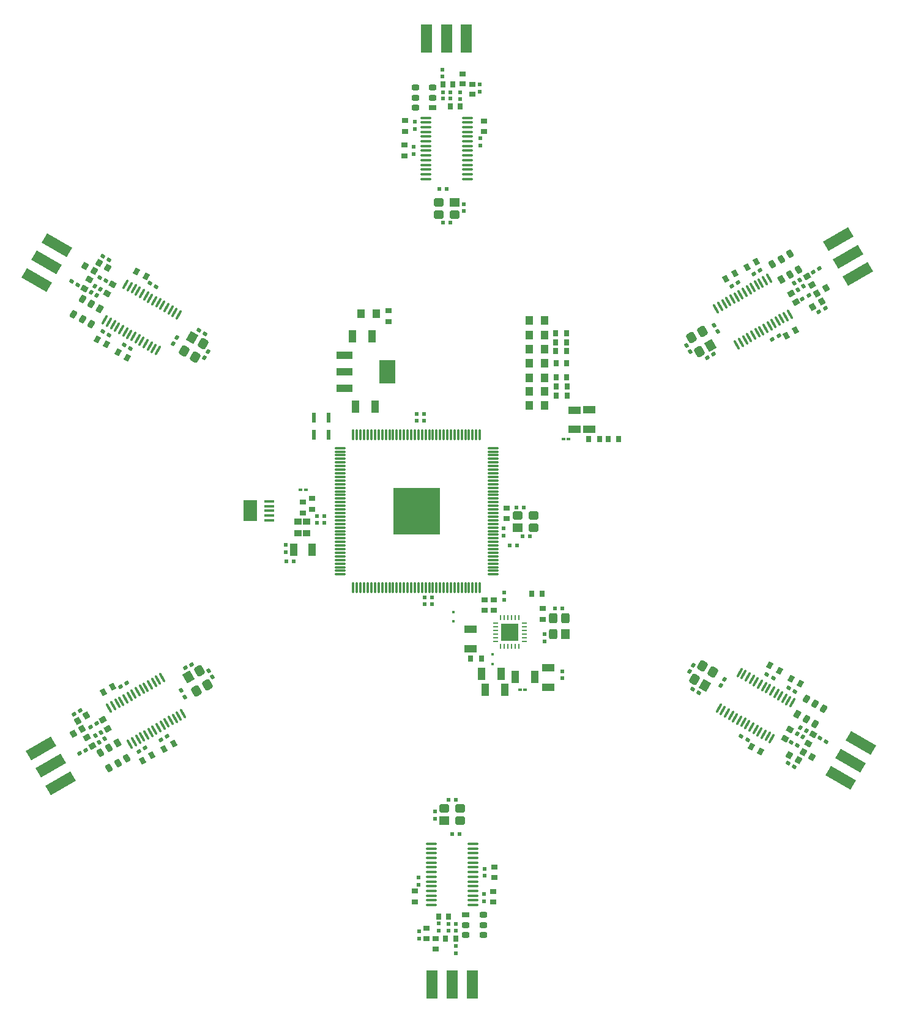
<source format=gtp>
G04 Layer_Color=8421504*
%FSLAX25Y25*%
%MOIN*%
G70*
G01*
G75*
%ADD10R,0.02756X0.03543*%
%ADD11R,0.04331X0.04724*%
%ADD12R,0.00984X0.02756*%
%ADD13R,0.02756X0.00984*%
%ADD14R,0.09646X0.09646*%
%ADD15R,0.07480X0.11417*%
%ADD16R,0.05315X0.01575*%
%ADD17R,0.25590X0.25590*%
%ADD18O,0.01181X0.06496*%
%ADD19O,0.06496X0.01181*%
G04:AMPARAMS|DCode=20|XSize=55.12mil|YSize=47.24mil|CornerRadius=11.81mil|HoleSize=0mil|Usage=FLASHONLY|Rotation=90.000|XOffset=0mil|YOffset=0mil|HoleType=Round|Shape=RoundedRectangle|*
%AMROUNDEDRECTD20*
21,1,0.05512,0.02362,0,0,90.0*
21,1,0.03150,0.04724,0,0,90.0*
1,1,0.02362,0.01181,0.01575*
1,1,0.02362,0.01181,-0.01575*
1,1,0.02362,-0.01181,-0.01575*
1,1,0.02362,-0.01181,0.01575*
%
%ADD20ROUNDEDRECTD20*%
%ADD21R,0.04724X0.05512*%
%ADD22R,0.03937X0.07087*%
G04:AMPARAMS|DCode=23|XSize=55.12mil|YSize=47.24mil|CornerRadius=11.81mil|HoleSize=0mil|Usage=FLASHONLY|Rotation=0.000|XOffset=0mil|YOffset=0mil|HoleType=Round|Shape=RoundedRectangle|*
%AMROUNDEDRECTD23*
21,1,0.05512,0.02362,0,0,0.0*
21,1,0.03150,0.04724,0,0,0.0*
1,1,0.02362,0.01575,-0.01181*
1,1,0.02362,-0.01575,-0.01181*
1,1,0.02362,-0.01575,0.01181*
1,1,0.02362,0.01575,0.01181*
%
%ADD23ROUNDEDRECTD23*%
%ADD24R,0.05512X0.04724*%
%ADD25R,0.03543X0.02756*%
%ADD26R,0.01969X0.01181*%
%ADD27R,0.01378X0.01378*%
%ADD28R,0.03937X0.03543*%
%ADD29R,0.02165X0.05709*%
%ADD30R,0.06693X0.04331*%
%ADD31R,0.04331X0.06693*%
%ADD32R,0.02362X0.01969*%
%ADD33R,0.01969X0.02362*%
G04:AMPARAMS|DCode=34|XSize=59.06mil|YSize=157.48mil|CornerRadius=0mil|HoleSize=0mil|Usage=FLASHONLY|Rotation=120.000|XOffset=0mil|YOffset=0mil|HoleType=Round|Shape=Rectangle|*
%AMROTATEDRECTD34*
4,1,4,0.08296,0.01380,-0.05343,-0.06494,-0.08296,-0.01380,0.05343,0.06494,0.08296,0.01380,0.0*
%
%ADD34ROTATEDRECTD34*%

%ADD35O,0.06102X0.01378*%
%ADD36R,0.03150X0.03543*%
%ADD37R,0.03543X0.03150*%
%ADD38R,0.04134X0.03150*%
G04:AMPARAMS|DCode=39|XSize=41.34mil|YSize=31.5mil|CornerRadius=7.87mil|HoleSize=0mil|Usage=FLASHONLY|Rotation=180.000|XOffset=0mil|YOffset=0mil|HoleType=Round|Shape=RoundedRectangle|*
%AMROUNDEDRECTD39*
21,1,0.04134,0.01575,0,0,180.0*
21,1,0.02559,0.03150,0,0,180.0*
1,1,0.01575,-0.01280,0.00787*
1,1,0.01575,0.01280,0.00787*
1,1,0.01575,0.01280,-0.00787*
1,1,0.01575,-0.01280,-0.00787*
%
%ADD39ROUNDEDRECTD39*%
%ADD40R,0.05906X0.15748*%
G04:AMPARAMS|DCode=41|XSize=19.69mil|YSize=23.62mil|CornerRadius=0mil|HoleSize=0mil|Usage=FLASHONLY|Rotation=300.000|XOffset=0mil|YOffset=0mil|HoleType=Round|Shape=Rectangle|*
%AMROTATEDRECTD41*
4,1,4,-0.01515,0.00262,0.00531,0.01443,0.01515,-0.00262,-0.00531,-0.01443,-0.01515,0.00262,0.0*
%
%ADD41ROTATEDRECTD41*%

G04:AMPARAMS|DCode=42|XSize=19.69mil|YSize=23.62mil|CornerRadius=0mil|HoleSize=0mil|Usage=FLASHONLY|Rotation=240.000|XOffset=0mil|YOffset=0mil|HoleType=Round|Shape=Rectangle|*
%AMROTATEDRECTD42*
4,1,4,-0.00531,0.01443,0.01515,0.00262,0.00531,-0.01443,-0.01515,-0.00262,-0.00531,0.01443,0.0*
%
%ADD42ROTATEDRECTD42*%

G04:AMPARAMS|DCode=43|XSize=19.69mil|YSize=23.62mil|CornerRadius=0mil|HoleSize=0mil|Usage=FLASHONLY|Rotation=30.000|XOffset=0mil|YOffset=0mil|HoleType=Round|Shape=Rectangle|*
%AMROTATEDRECTD43*
4,1,4,-0.00262,-0.01515,-0.01443,0.00531,0.00262,0.01515,0.01443,-0.00531,-0.00262,-0.01515,0.0*
%
%ADD43ROTATEDRECTD43*%

G04:AMPARAMS|DCode=44|XSize=19.69mil|YSize=23.62mil|CornerRadius=0mil|HoleSize=0mil|Usage=FLASHONLY|Rotation=330.000|XOffset=0mil|YOffset=0mil|HoleType=Round|Shape=Rectangle|*
%AMROTATEDRECTD44*
4,1,4,-0.01443,-0.00531,-0.00262,0.01515,0.01443,0.00531,0.00262,-0.01515,-0.01443,-0.00531,0.0*
%
%ADD44ROTATEDRECTD44*%

G04:AMPARAMS|DCode=45|XSize=59.06mil|YSize=157.48mil|CornerRadius=0mil|HoleSize=0mil|Usage=FLASHONLY|Rotation=240.000|XOffset=0mil|YOffset=0mil|HoleType=Round|Shape=Rectangle|*
%AMROTATEDRECTD45*
4,1,4,-0.05343,0.06494,0.08296,-0.01380,0.05343,-0.06494,-0.08296,0.01380,-0.05343,0.06494,0.0*
%
%ADD45ROTATEDRECTD45*%

G04:AMPARAMS|DCode=46|XSize=41.34mil|YSize=31.5mil|CornerRadius=7.87mil|HoleSize=0mil|Usage=FLASHONLY|Rotation=120.000|XOffset=0mil|YOffset=0mil|HoleType=Round|Shape=RoundedRectangle|*
%AMROUNDEDRECTD46*
21,1,0.04134,0.01575,0,0,120.0*
21,1,0.02559,0.03150,0,0,120.0*
1,1,0.01575,0.00042,0.01502*
1,1,0.01575,0.01322,-0.00714*
1,1,0.01575,-0.00042,-0.01502*
1,1,0.01575,-0.01322,0.00714*
%
%ADD46ROUNDEDRECTD46*%
G04:AMPARAMS|DCode=47|XSize=41.34mil|YSize=31.5mil|CornerRadius=0mil|HoleSize=0mil|Usage=FLASHONLY|Rotation=120.000|XOffset=0mil|YOffset=0mil|HoleType=Round|Shape=Rectangle|*
%AMROTATEDRECTD47*
4,1,4,0.02397,-0.01003,-0.00330,-0.02577,-0.02397,0.01003,0.00330,0.02577,0.02397,-0.01003,0.0*
%
%ADD47ROTATEDRECTD47*%

G04:AMPARAMS|DCode=48|XSize=41.34mil|YSize=31.5mil|CornerRadius=7.87mil|HoleSize=0mil|Usage=FLASHONLY|Rotation=60.000|XOffset=0mil|YOffset=0mil|HoleType=Round|Shape=RoundedRectangle|*
%AMROUNDEDRECTD48*
21,1,0.04134,0.01575,0,0,60.0*
21,1,0.02559,0.03150,0,0,60.0*
1,1,0.01575,0.01322,0.00714*
1,1,0.01575,0.00042,-0.01502*
1,1,0.01575,-0.01322,-0.00714*
1,1,0.01575,-0.00042,0.01502*
%
%ADD48ROUNDEDRECTD48*%
G04:AMPARAMS|DCode=49|XSize=41.34mil|YSize=31.5mil|CornerRadius=0mil|HoleSize=0mil|Usage=FLASHONLY|Rotation=60.000|XOffset=0mil|YOffset=0mil|HoleType=Round|Shape=Rectangle|*
%AMROTATEDRECTD49*
4,1,4,0.00330,-0.02577,-0.02397,-0.01003,-0.00330,0.02577,0.02397,0.01003,0.00330,-0.02577,0.0*
%
%ADD49ROTATEDRECTD49*%

G04:AMPARAMS|DCode=50|XSize=35.43mil|YSize=31.5mil|CornerRadius=0mil|HoleSize=0mil|Usage=FLASHONLY|Rotation=210.000|XOffset=0mil|YOffset=0mil|HoleType=Round|Shape=Rectangle|*
%AMROTATEDRECTD50*
4,1,4,0.00747,0.02250,0.02322,-0.00478,-0.00747,-0.02250,-0.02322,0.00478,0.00747,0.02250,0.0*
%
%ADD50ROTATEDRECTD50*%

G04:AMPARAMS|DCode=51|XSize=35.43mil|YSize=31.5mil|CornerRadius=0mil|HoleSize=0mil|Usage=FLASHONLY|Rotation=150.000|XOffset=0mil|YOffset=0mil|HoleType=Round|Shape=Rectangle|*
%AMROTATEDRECTD51*
4,1,4,0.02322,0.00478,0.00747,-0.02250,-0.02322,-0.00478,-0.00747,0.02250,0.02322,0.00478,0.0*
%
%ADD51ROTATEDRECTD51*%

G04:AMPARAMS|DCode=52|XSize=35.43mil|YSize=31.5mil|CornerRadius=0mil|HoleSize=0mil|Usage=FLASHONLY|Rotation=120.000|XOffset=0mil|YOffset=0mil|HoleType=Round|Shape=Rectangle|*
%AMROTATEDRECTD52*
4,1,4,0.02250,-0.00747,-0.00478,-0.02322,-0.02250,0.00747,0.00478,0.02322,0.02250,-0.00747,0.0*
%
%ADD52ROTATEDRECTD52*%

G04:AMPARAMS|DCode=53|XSize=35.43mil|YSize=31.5mil|CornerRadius=0mil|HoleSize=0mil|Usage=FLASHONLY|Rotation=60.000|XOffset=0mil|YOffset=0mil|HoleType=Round|Shape=Rectangle|*
%AMROTATEDRECTD53*
4,1,4,0.00478,-0.02322,-0.02250,-0.00747,-0.00478,0.02322,0.02250,0.00747,0.00478,-0.02322,0.0*
%
%ADD53ROTATEDRECTD53*%

G04:AMPARAMS|DCode=54|XSize=35.43mil|YSize=27.56mil|CornerRadius=0mil|HoleSize=0mil|Usage=FLASHONLY|Rotation=120.000|XOffset=0mil|YOffset=0mil|HoleType=Round|Shape=Rectangle|*
%AMROTATEDRECTD54*
4,1,4,0.02079,-0.00845,-0.00308,-0.02223,-0.02079,0.00845,0.00308,0.02223,0.02079,-0.00845,0.0*
%
%ADD54ROTATEDRECTD54*%

G04:AMPARAMS|DCode=55|XSize=35.43mil|YSize=27.56mil|CornerRadius=0mil|HoleSize=0mil|Usage=FLASHONLY|Rotation=60.000|XOffset=0mil|YOffset=0mil|HoleType=Round|Shape=Rectangle|*
%AMROTATEDRECTD55*
4,1,4,0.00308,-0.02223,-0.02079,-0.00845,-0.00308,0.02223,0.02079,0.00845,0.00308,-0.02223,0.0*
%
%ADD55ROTATEDRECTD55*%

G04:AMPARAMS|DCode=56|XSize=13.78mil|YSize=61.02mil|CornerRadius=0mil|HoleSize=0mil|Usage=FLASHONLY|Rotation=30.000|XOffset=0mil|YOffset=0mil|HoleType=Round|Shape=Round|*
%AMOVALD56*
21,1,0.04724,0.01378,0.00000,0.00000,120.0*
1,1,0.01378,0.01181,-0.02046*
1,1,0.01378,-0.01181,0.02046*
%
%ADD56OVALD56*%

G04:AMPARAMS|DCode=57|XSize=13.78mil|YSize=61.02mil|CornerRadius=0mil|HoleSize=0mil|Usage=FLASHONLY|Rotation=330.000|XOffset=0mil|YOffset=0mil|HoleType=Round|Shape=Round|*
%AMOVALD57*
21,1,0.04724,0.01378,0.00000,0.00000,60.0*
1,1,0.01378,-0.01181,-0.02046*
1,1,0.01378,0.01181,0.02046*
%
%ADD57OVALD57*%

G04:AMPARAMS|DCode=58|XSize=55.12mil|YSize=47.24mil|CornerRadius=11.81mil|HoleSize=0mil|Usage=FLASHONLY|Rotation=120.000|XOffset=0mil|YOffset=0mil|HoleType=Round|Shape=RoundedRectangle|*
%AMROUNDEDRECTD58*
21,1,0.05512,0.02362,0,0,120.0*
21,1,0.03150,0.04724,0,0,120.0*
1,1,0.02362,0.00236,0.01954*
1,1,0.02362,0.01810,-0.00773*
1,1,0.02362,-0.00236,-0.01954*
1,1,0.02362,-0.01810,0.00773*
%
%ADD58ROUNDEDRECTD58*%
G04:AMPARAMS|DCode=59|XSize=55.12mil|YSize=47.24mil|CornerRadius=0mil|HoleSize=0mil|Usage=FLASHONLY|Rotation=120.000|XOffset=0mil|YOffset=0mil|HoleType=Round|Shape=Rectangle|*
%AMROTATEDRECTD59*
4,1,4,0.03424,-0.01206,-0.00668,-0.03568,-0.03424,0.01206,0.00668,0.03568,0.03424,-0.01206,0.0*
%
%ADD59ROTATEDRECTD59*%

G04:AMPARAMS|DCode=60|XSize=55.12mil|YSize=47.24mil|CornerRadius=11.81mil|HoleSize=0mil|Usage=FLASHONLY|Rotation=60.000|XOffset=0mil|YOffset=0mil|HoleType=Round|Shape=RoundedRectangle|*
%AMROUNDEDRECTD60*
21,1,0.05512,0.02362,0,0,60.0*
21,1,0.03150,0.04724,0,0,60.0*
1,1,0.02362,0.01810,0.00773*
1,1,0.02362,0.00236,-0.01954*
1,1,0.02362,-0.01810,-0.00773*
1,1,0.02362,-0.00236,0.01954*
%
%ADD60ROUNDEDRECTD60*%
G04:AMPARAMS|DCode=61|XSize=55.12mil|YSize=47.24mil|CornerRadius=0mil|HoleSize=0mil|Usage=FLASHONLY|Rotation=60.000|XOffset=0mil|YOffset=0mil|HoleType=Round|Shape=Rectangle|*
%AMROTATEDRECTD61*
4,1,4,0.00668,-0.03568,-0.03424,-0.01206,-0.00668,0.03568,0.03424,0.01206,0.00668,-0.03568,0.0*
%
%ADD61ROTATEDRECTD61*%

%ADD62R,0.08661X0.12992*%
%ADD63R,0.08661X0.03937*%
D10*
X57874Y96969D02*
D03*
X63779D02*
D03*
X57913Y92165D02*
D03*
X63819D02*
D03*
X57953Y87362D02*
D03*
X63858D02*
D03*
X57992Y80669D02*
D03*
X63898D02*
D03*
X44685Y-44882D02*
D03*
X50591D02*
D03*
X11417Y-80315D02*
D03*
X17323D02*
D03*
X75827Y39331D02*
D03*
X81732D02*
D03*
X92244Y39331D02*
D03*
X86339D02*
D03*
X63898Y72874D02*
D03*
X57992D02*
D03*
X63976Y67953D02*
D03*
X58071D02*
D03*
X63976Y62913D02*
D03*
X58071D02*
D03*
D11*
X51850Y103858D02*
D03*
X43583D02*
D03*
X51811Y96142D02*
D03*
X43543D02*
D03*
X51772Y88346D02*
D03*
X43504D02*
D03*
X51732Y80591D02*
D03*
X43465D02*
D03*
X-48091Y107736D02*
D03*
X-39823D02*
D03*
X43504Y72835D02*
D03*
X51772D02*
D03*
X43544Y65235D02*
D03*
X51811D02*
D03*
X43543Y57677D02*
D03*
X51811D02*
D03*
D12*
X27953Y-73819D02*
D03*
X29921D02*
D03*
X31890D02*
D03*
X33858D02*
D03*
X35827D02*
D03*
X37795D02*
D03*
Y-58071D02*
D03*
X35827D02*
D03*
X33858D02*
D03*
X31890D02*
D03*
X29921D02*
D03*
X27953D02*
D03*
D13*
X40748Y-70866D02*
D03*
Y-68898D02*
D03*
Y-66929D02*
D03*
Y-64961D02*
D03*
Y-62992D02*
D03*
Y-61024D02*
D03*
X25000D02*
D03*
Y-62992D02*
D03*
Y-64961D02*
D03*
Y-66929D02*
D03*
Y-68898D02*
D03*
Y-70866D02*
D03*
D14*
X32874Y-65945D02*
D03*
D15*
X-108661Y197D02*
D03*
D16*
X-98130D02*
D03*
Y2756D02*
D03*
Y5315D02*
D03*
Y-2362D02*
D03*
Y-4921D02*
D03*
D17*
X-17913Y0D02*
D03*
D18*
X-52362Y41732D02*
D03*
X-50394D02*
D03*
X-48425D02*
D03*
X-46457D02*
D03*
X-44488D02*
D03*
X-42520D02*
D03*
X-40551D02*
D03*
X-38583D02*
D03*
X-36614D02*
D03*
X-34646D02*
D03*
X-32677D02*
D03*
X-30709D02*
D03*
X-28740D02*
D03*
X-26772D02*
D03*
X-24803D02*
D03*
X-22835D02*
D03*
X-20866D02*
D03*
X-18898D02*
D03*
X-16929D02*
D03*
X-14961D02*
D03*
X-12992D02*
D03*
X-11024D02*
D03*
X-9055D02*
D03*
X-7087D02*
D03*
X-5118D02*
D03*
X-3150D02*
D03*
X-1181D02*
D03*
X787D02*
D03*
X2756D02*
D03*
X4724D02*
D03*
X6693D02*
D03*
X8661D02*
D03*
X10630D02*
D03*
X12598D02*
D03*
X14567D02*
D03*
X16535D02*
D03*
Y-41732D02*
D03*
X14567D02*
D03*
X12598D02*
D03*
X10630D02*
D03*
X8661D02*
D03*
X6693D02*
D03*
X4724D02*
D03*
X2756D02*
D03*
X787D02*
D03*
X-1181D02*
D03*
X-3150D02*
D03*
X-5118D02*
D03*
X-7087D02*
D03*
X-9055D02*
D03*
X-11024D02*
D03*
X-12992D02*
D03*
X-14961D02*
D03*
X-16929D02*
D03*
X-18898D02*
D03*
X-20866D02*
D03*
X-22835D02*
D03*
X-24803D02*
D03*
X-26772D02*
D03*
X-28740D02*
D03*
X-30709D02*
D03*
X-32677D02*
D03*
X-34646D02*
D03*
X-36614D02*
D03*
X-38583D02*
D03*
X-40551D02*
D03*
X-42520D02*
D03*
X-44488D02*
D03*
X-46457D02*
D03*
X-48425D02*
D03*
X-50394D02*
D03*
X-52362D02*
D03*
D19*
X23819Y34449D02*
D03*
Y32480D02*
D03*
Y30512D02*
D03*
Y28543D02*
D03*
Y26575D02*
D03*
Y24606D02*
D03*
Y22638D02*
D03*
Y20669D02*
D03*
Y18701D02*
D03*
Y16732D02*
D03*
Y14764D02*
D03*
Y12795D02*
D03*
Y10827D02*
D03*
Y8858D02*
D03*
Y6890D02*
D03*
Y4921D02*
D03*
Y2953D02*
D03*
Y984D02*
D03*
Y-984D02*
D03*
Y-2953D02*
D03*
Y-4921D02*
D03*
Y-6890D02*
D03*
Y-8858D02*
D03*
Y-10827D02*
D03*
Y-12795D02*
D03*
Y-14764D02*
D03*
Y-16732D02*
D03*
Y-18701D02*
D03*
Y-20669D02*
D03*
Y-22638D02*
D03*
Y-24606D02*
D03*
Y-26575D02*
D03*
Y-28543D02*
D03*
Y-30512D02*
D03*
Y-32480D02*
D03*
Y-34449D02*
D03*
X-59646D02*
D03*
Y-32480D02*
D03*
Y-30512D02*
D03*
Y-28543D02*
D03*
Y-26575D02*
D03*
Y-24606D02*
D03*
Y-22638D02*
D03*
Y-20669D02*
D03*
Y-18701D02*
D03*
Y-16732D02*
D03*
Y-14764D02*
D03*
Y-12795D02*
D03*
Y-10827D02*
D03*
Y-8858D02*
D03*
Y-6890D02*
D03*
Y-4921D02*
D03*
Y-2953D02*
D03*
Y-984D02*
D03*
Y984D02*
D03*
Y2953D02*
D03*
Y4921D02*
D03*
Y6890D02*
D03*
Y8858D02*
D03*
Y10827D02*
D03*
Y12795D02*
D03*
Y14764D02*
D03*
Y16732D02*
D03*
Y18701D02*
D03*
Y20669D02*
D03*
Y22638D02*
D03*
Y24606D02*
D03*
Y26575D02*
D03*
Y28543D02*
D03*
Y30512D02*
D03*
Y32480D02*
D03*
Y34449D02*
D03*
D20*
X63189Y-58464D02*
D03*
X56496D02*
D03*
Y-67126D02*
D03*
D21*
X63189D02*
D03*
D22*
X-84724Y-20945D02*
D03*
X-74882D02*
D03*
D23*
X45669Y-9055D02*
D03*
Y-2362D02*
D03*
X37008D02*
D03*
X-5984Y168465D02*
D03*
Y161772D02*
D03*
X2677D02*
D03*
X-2835Y-161969D02*
D03*
X5827D02*
D03*
Y-168661D02*
D03*
D24*
X37008Y-9055D02*
D03*
X2677Y168465D02*
D03*
X-2835Y-168661D02*
D03*
D25*
X19094Y-54134D02*
D03*
Y-48228D02*
D03*
X50788Y-52953D02*
D03*
Y-58858D02*
D03*
X24016Y-54134D02*
D03*
Y-48228D02*
D03*
X-79724Y4921D02*
D03*
Y-984D02*
D03*
X-74803Y6890D02*
D03*
Y984D02*
D03*
X-33149Y109350D02*
D03*
Y103445D02*
D03*
X31299Y-4134D02*
D03*
Y1772D02*
D03*
X18779Y206850D02*
D03*
Y212756D02*
D03*
X-24094Y212953D02*
D03*
Y207047D02*
D03*
X-24488Y193661D02*
D03*
Y199567D02*
D03*
X24331Y-199764D02*
D03*
X24331Y-193858D02*
D03*
X23937Y-207244D02*
D03*
Y-213150D02*
D03*
X-18937Y-212953D02*
D03*
Y-207047D02*
D03*
D26*
X62165Y39410D02*
D03*
X64921D02*
D03*
X41142Y-97441D02*
D03*
X38386D02*
D03*
X-78346Y11811D02*
D03*
X-81102D02*
D03*
D27*
X23622Y-78039D02*
D03*
Y-83353D02*
D03*
X2165Y-60150D02*
D03*
Y-54835D02*
D03*
D28*
X-82677Y-12008D02*
D03*
Y-5709D02*
D03*
X-77756Y-12008D02*
D03*
Y-5709D02*
D03*
D29*
X-65945Y41634D02*
D03*
Y50886D02*
D03*
X-73858Y50886D02*
D03*
Y41634D02*
D03*
D30*
X11535Y-75000D02*
D03*
Y-64370D02*
D03*
X53740Y-85433D02*
D03*
Y-96063D02*
D03*
X68071Y44528D02*
D03*
Y55158D02*
D03*
X76063Y44606D02*
D03*
Y55236D02*
D03*
D31*
X28150Y-88779D02*
D03*
X17520D02*
D03*
X35827Y-90354D02*
D03*
X46457D02*
D03*
X30118Y-97244D02*
D03*
X19488D02*
D03*
X-51161Y57086D02*
D03*
X-40532D02*
D03*
X-52815Y95315D02*
D03*
X-42185D02*
D03*
D32*
X61417Y-53130D02*
D03*
X57480D02*
D03*
X-84882Y-27205D02*
D03*
X-88819D02*
D03*
X40354Y2165D02*
D03*
X36417D02*
D03*
X39961Y-13583D02*
D03*
X43898D02*
D03*
X-9449Y-50590D02*
D03*
X-13386D02*
D03*
X-68110Y-2756D02*
D03*
X-72047D02*
D03*
X-68110Y-6299D02*
D03*
X-72047D02*
D03*
X-9449Y-47047D02*
D03*
X-13386D02*
D03*
X36811Y-18504D02*
D03*
X32874D02*
D03*
X315Y228504D02*
D03*
X-3622D02*
D03*
X-3622Y224961D02*
D03*
X315D02*
D03*
X-3622Y157244D02*
D03*
X315D02*
D03*
X-1654Y175748D02*
D03*
X-5590D02*
D03*
X5433Y-175945D02*
D03*
X1496D02*
D03*
X-472Y-157441D02*
D03*
X3465D02*
D03*
X-472Y-225157D02*
D03*
X3465D02*
D03*
X3464Y-228701D02*
D03*
X-472D02*
D03*
D33*
X51772Y-66929D02*
D03*
Y-70866D02*
D03*
X61614Y-91142D02*
D03*
Y-87205D02*
D03*
X29724Y-44291D02*
D03*
Y-48228D02*
D03*
X-89213Y-22165D02*
D03*
Y-18228D02*
D03*
X-17913Y49213D02*
D03*
Y53150D02*
D03*
X29528Y-9449D02*
D03*
Y-13386D02*
D03*
X-13976Y49213D02*
D03*
Y53150D02*
D03*
X-3740Y240787D02*
D03*
Y236851D02*
D03*
X16535Y232756D02*
D03*
Y228819D02*
D03*
X5827Y224567D02*
D03*
X5827Y228504D02*
D03*
X7795Y163543D02*
D03*
Y167480D02*
D03*
X16811Y199370D02*
D03*
Y203307D02*
D03*
X-18976Y208425D02*
D03*
Y212362D02*
D03*
X-19370Y194646D02*
D03*
Y198583D02*
D03*
X19213Y-198779D02*
D03*
Y-194842D02*
D03*
X18819Y-212559D02*
D03*
Y-208622D02*
D03*
X-16969Y-203504D02*
D03*
Y-199567D02*
D03*
X-7953Y-167677D02*
D03*
Y-163740D02*
D03*
X-5984Y-228701D02*
D03*
X-5984Y-224764D02*
D03*
X-16693Y-229016D02*
D03*
Y-232953D02*
D03*
X3583Y-237047D02*
D03*
Y-240984D02*
D03*
D34*
X-222602Y-129308D02*
D03*
X-217149Y-138753D02*
D03*
X-211696Y-148197D02*
D03*
X222603Y129383D02*
D03*
X217150Y138827D02*
D03*
X211697Y148272D02*
D03*
D35*
X9665Y181161D02*
D03*
Y183721D02*
D03*
Y186279D02*
D03*
Y188839D02*
D03*
Y191398D02*
D03*
Y193957D02*
D03*
Y196516D02*
D03*
Y199075D02*
D03*
Y201634D02*
D03*
Y204193D02*
D03*
Y206752D02*
D03*
Y209311D02*
D03*
Y211870D02*
D03*
Y214429D02*
D03*
X-12972Y181161D02*
D03*
Y183721D02*
D03*
Y186279D02*
D03*
Y188839D02*
D03*
Y191398D02*
D03*
Y193957D02*
D03*
Y196516D02*
D03*
Y199075D02*
D03*
Y201634D02*
D03*
Y204193D02*
D03*
Y206752D02*
D03*
Y209311D02*
D03*
Y211870D02*
D03*
Y214429D02*
D03*
X12815Y-214626D02*
D03*
Y-212067D02*
D03*
Y-209508D02*
D03*
Y-206949D02*
D03*
Y-204390D02*
D03*
Y-201831D02*
D03*
Y-199272D02*
D03*
Y-196713D02*
D03*
Y-194153D02*
D03*
Y-191595D02*
D03*
Y-189035D02*
D03*
Y-186476D02*
D03*
Y-183917D02*
D03*
Y-181358D02*
D03*
X-9823Y-214626D02*
D03*
Y-212067D02*
D03*
Y-209508D02*
D03*
Y-206949D02*
D03*
Y-204390D02*
D03*
Y-201831D02*
D03*
Y-199272D02*
D03*
Y-196713D02*
D03*
Y-194153D02*
D03*
Y-191595D02*
D03*
Y-189035D02*
D03*
Y-186476D02*
D03*
Y-183917D02*
D03*
Y-181358D02*
D03*
D36*
X1890Y232835D02*
D03*
X-3622D02*
D03*
X5827Y220630D02*
D03*
X315D02*
D03*
X-5984Y-220827D02*
D03*
X-472D02*
D03*
X-2047Y-233032D02*
D03*
X3465D02*
D03*
D37*
X12402Y227283D02*
D03*
X12402Y232795D02*
D03*
X7244Y232953D02*
D03*
Y238465D02*
D03*
X-7402Y-233150D02*
D03*
Y-238661D02*
D03*
X-12559Y-227480D02*
D03*
Y-232992D02*
D03*
D38*
X-9035Y219843D02*
D03*
X8878Y-220039D02*
D03*
D39*
X-9035Y225354D02*
D03*
Y230866D02*
D03*
X-18681D02*
D03*
Y225354D02*
D03*
Y219843D02*
D03*
X18524Y-220039D02*
D03*
Y-225551D02*
D03*
Y-231063D02*
D03*
X8878D02*
D03*
Y-225551D02*
D03*
D40*
X-12559Y257638D02*
D03*
X-1654D02*
D03*
X9252D02*
D03*
X-9409Y-257835D02*
D03*
X1496D02*
D03*
X12402D02*
D03*
D41*
X157148Y124643D02*
D03*
X153739Y122674D02*
D03*
X169279Y131191D02*
D03*
X165869Y129223D02*
D03*
X179330Y95671D02*
D03*
X175921Y93702D02*
D03*
X143796Y85565D02*
D03*
X140386Y83597D02*
D03*
X195659Y117782D02*
D03*
X192250Y115814D02*
D03*
X201286Y108666D02*
D03*
X204696Y110634D02*
D03*
X198104Y130241D02*
D03*
X201514Y132209D02*
D03*
X-157147Y-124568D02*
D03*
X-153737Y-122600D02*
D03*
X-169277Y-131117D02*
D03*
X-165868Y-129149D02*
D03*
X-179329Y-95597D02*
D03*
X-175919Y-93628D02*
D03*
X-143794Y-85491D02*
D03*
X-140385Y-83523D02*
D03*
X-195658Y-117708D02*
D03*
X-192248Y-115739D02*
D03*
X-201285Y-108592D02*
D03*
X-204695Y-110560D02*
D03*
X-198103Y-130166D02*
D03*
X-201513Y-132135D02*
D03*
D42*
X176320Y-91027D02*
D03*
X172911Y-89058D02*
D03*
X-177187Y90712D02*
D03*
X-173777Y88743D02*
D03*
X188057Y-98257D02*
D03*
X184647Y-96289D02*
D03*
X-188923Y97942D02*
D03*
X-185513Y95974D02*
D03*
X162321Y-124723D02*
D03*
X158912Y-122754D02*
D03*
X-163187Y124408D02*
D03*
X-159778Y122439D02*
D03*
X135802Y-99001D02*
D03*
X132393Y-97033D02*
D03*
X-136668Y98686D02*
D03*
X-133259Y96718D02*
D03*
X189635Y-127808D02*
D03*
X186225Y-125840D02*
D03*
X-190501Y127494D02*
D03*
X-187091Y125525D02*
D03*
X184553Y-137240D02*
D03*
X187963Y-139208D02*
D03*
X-185419Y136925D02*
D03*
X-188829Y138893D02*
D03*
X201646Y-123696D02*
D03*
X205056Y-125665D02*
D03*
X-202513Y123381D02*
D03*
X-205922Y125350D02*
D03*
D43*
X144263Y101292D02*
D03*
X146231Y97882D02*
D03*
X131191Y86926D02*
D03*
X129222Y90335D02*
D03*
X189835Y120784D02*
D03*
X187866Y124193D02*
D03*
X190935Y125965D02*
D03*
X192903Y122555D02*
D03*
X-144262Y-101218D02*
D03*
X-146230Y-97808D02*
D03*
X-131189Y-86851D02*
D03*
X-129221Y-90261D02*
D03*
X-189833Y-120710D02*
D03*
X-187865Y-124119D02*
D03*
X-190934Y-125891D02*
D03*
X-192902Y-122481D02*
D03*
D44*
X149655Y-91543D02*
D03*
X147687Y-94952D02*
D03*
X-150521Y91228D02*
D03*
X-148553Y94638D02*
D03*
X130677Y-87405D02*
D03*
X132646Y-83996D02*
D03*
X-131544Y87090D02*
D03*
X-133512Y83681D02*
D03*
X189322Y-121263D02*
D03*
X191290Y-117854D02*
D03*
X-190188Y120948D02*
D03*
X-192156Y117539D02*
D03*
X194359Y-119626D02*
D03*
X192390Y-123035D02*
D03*
X-195225Y119311D02*
D03*
X-193256Y122720D02*
D03*
D45*
X213153Y-145342D02*
D03*
X218605Y-135897D02*
D03*
X224058Y-126453D02*
D03*
X-214019Y145027D02*
D03*
X-219471Y135582D02*
D03*
X-224924Y126138D02*
D03*
D46*
X175904Y134676D02*
D03*
X180678Y137432D02*
D03*
X185451Y140188D02*
D03*
X190274Y131834D02*
D03*
X185501Y129078D02*
D03*
X-175903Y-134602D02*
D03*
X-180677Y-137357D02*
D03*
X-185450Y-140113D02*
D03*
X-190273Y-131760D02*
D03*
X-185499Y-129004D02*
D03*
D47*
X180727Y126322D02*
D03*
X-180726Y-126248D02*
D03*
D48*
X194387Y-102253D02*
D03*
X199161Y-105009D02*
D03*
X203934Y-107765D02*
D03*
X199111Y-116119D02*
D03*
X194338Y-113363D02*
D03*
X-195254Y101938D02*
D03*
X-200027Y104694D02*
D03*
X-204800Y107450D02*
D03*
X-199978Y115804D02*
D03*
X-195204Y113048D02*
D03*
D49*
X189565Y-110607D02*
D03*
X-190431Y110292D02*
D03*
D50*
X188840Y113845D02*
D03*
X186084Y118618D02*
D03*
X197441Y123357D02*
D03*
X194685Y128130D02*
D03*
X-188839Y-113771D02*
D03*
X-186083Y-118544D02*
D03*
X-197440Y-123283D02*
D03*
X-194684Y-128056D02*
D03*
D51*
X182815Y-123872D02*
D03*
X185571Y-119098D02*
D03*
X-183682Y123556D02*
D03*
X-186437Y118783D02*
D03*
X195353Y-126564D02*
D03*
X198109Y-121791D02*
D03*
X-196220Y126249D02*
D03*
X-198976Y121476D02*
D03*
D52*
X200221Y118779D02*
D03*
X204994Y121535D02*
D03*
X197890Y111478D02*
D03*
X202663Y114234D02*
D03*
X-200220Y-118705D02*
D03*
X-204993Y-121461D02*
D03*
X-197889Y-111404D02*
D03*
X-202662Y-114160D02*
D03*
D53*
X192779Y-131260D02*
D03*
X197552Y-134016D02*
D03*
X-193645Y130945D02*
D03*
X-198418Y133701D02*
D03*
X185290Y-132892D02*
D03*
X190064Y-135648D02*
D03*
X-186156Y132577D02*
D03*
X-190930Y135333D02*
D03*
D54*
X155442Y129567D02*
D03*
X150327Y126614D02*
D03*
X162117Y132966D02*
D03*
X167231Y135919D02*
D03*
X188497Y98691D02*
D03*
X183383Y95738D02*
D03*
X-155440Y-129493D02*
D03*
X-150326Y-126540D02*
D03*
X-162116Y-132892D02*
D03*
X-167230Y-135845D02*
D03*
X-188496Y-98617D02*
D03*
X-183382Y-95664D02*
D03*
D55*
X179732Y-87086D02*
D03*
X174618Y-84134D02*
D03*
X-180598Y86771D02*
D03*
X-175484Y83819D02*
D03*
X186013Y-91168D02*
D03*
X191128Y-94120D02*
D03*
X-186879Y90853D02*
D03*
X-191994Y93805D02*
D03*
X169520Y-131152D02*
D03*
X164406Y-128199D02*
D03*
X-170386Y130837D02*
D03*
X-165272Y127884D02*
D03*
D56*
X174071Y127025D02*
D03*
X171854Y125746D02*
D03*
X169638Y124466D02*
D03*
X167422Y123187D02*
D03*
X165206Y121907D02*
D03*
X162990Y120627D02*
D03*
X160773Y119348D02*
D03*
X158557Y118069D02*
D03*
X156341Y116789D02*
D03*
X154125Y115509D02*
D03*
X151909Y114230D02*
D03*
X149692Y112950D02*
D03*
X147476Y111671D02*
D03*
X145260Y110391D02*
D03*
X185389Y107420D02*
D03*
X183173Y106141D02*
D03*
X180957Y104861D02*
D03*
X178741Y103582D02*
D03*
X176525Y102302D02*
D03*
X174309Y101023D02*
D03*
X172092Y99743D02*
D03*
X169876Y98463D02*
D03*
X167660Y97184D02*
D03*
X165444Y95904D02*
D03*
X163227Y94625D02*
D03*
X161011Y93345D02*
D03*
X158795Y92066D02*
D03*
X156579Y90786D02*
D03*
X-174069Y-126951D02*
D03*
X-171853Y-125672D02*
D03*
X-169637Y-124392D02*
D03*
X-167421Y-123112D02*
D03*
X-165205Y-121833D02*
D03*
X-162988Y-120553D02*
D03*
X-160772Y-119274D02*
D03*
X-158556Y-117994D02*
D03*
X-156340Y-116715D02*
D03*
X-154124Y-115435D02*
D03*
X-151907Y-114156D02*
D03*
X-149691Y-112876D02*
D03*
X-147475Y-111597D02*
D03*
X-145259Y-110317D02*
D03*
X-185388Y-107346D02*
D03*
X-183172Y-106067D02*
D03*
X-180956Y-104787D02*
D03*
X-178740Y-103508D02*
D03*
X-176523Y-102228D02*
D03*
X-174307Y-100949D02*
D03*
X-172091Y-99669D02*
D03*
X-169875Y-98390D02*
D03*
X-167659Y-97110D02*
D03*
X-165443Y-95830D02*
D03*
X-163226Y-94551D02*
D03*
X-161010Y-93271D02*
D03*
X-158794Y-91992D02*
D03*
X-156578Y-90712D02*
D03*
D57*
X186845Y-104491D02*
D03*
X184629Y-103211D02*
D03*
X182413Y-101932D02*
D03*
X180196Y-100652D02*
D03*
X177980Y-99373D02*
D03*
X175764Y-98093D02*
D03*
X173548Y-96813D02*
D03*
X171332Y-95534D02*
D03*
X169115Y-94254D02*
D03*
X166899Y-92975D02*
D03*
X164683Y-91695D02*
D03*
X162467Y-90416D02*
D03*
X160250Y-89136D02*
D03*
X158034Y-87857D02*
D03*
X175526Y-124095D02*
D03*
X173310Y-122816D02*
D03*
X171094Y-121536D02*
D03*
X168877Y-120257D02*
D03*
X166661Y-118977D02*
D03*
X164445Y-117698D02*
D03*
X162229Y-116418D02*
D03*
X160013Y-115139D02*
D03*
X157796Y-113859D02*
D03*
X155580Y-112580D02*
D03*
X153364Y-111300D02*
D03*
X151148Y-110021D02*
D03*
X148932Y-108741D02*
D03*
X146715Y-107462D02*
D03*
X-187711Y104176D02*
D03*
X-185495Y102896D02*
D03*
X-183279Y101617D02*
D03*
X-181062Y100337D02*
D03*
X-178846Y99058D02*
D03*
X-176630Y97778D02*
D03*
X-174414Y96499D02*
D03*
X-172198Y95219D02*
D03*
X-169981Y93939D02*
D03*
X-167765Y92660D02*
D03*
X-165549Y91380D02*
D03*
X-163333Y90101D02*
D03*
X-161117Y88821D02*
D03*
X-158900Y87542D02*
D03*
X-176392Y123781D02*
D03*
X-174176Y122501D02*
D03*
X-171960Y121221D02*
D03*
X-169744Y119942D02*
D03*
X-167527Y118662D02*
D03*
X-165311Y117383D02*
D03*
X-163095Y116103D02*
D03*
X-160879Y114824D02*
D03*
X-158662Y113544D02*
D03*
X-156446Y112265D02*
D03*
X-154230Y110985D02*
D03*
X-152014Y109706D02*
D03*
X-149798Y108426D02*
D03*
X-147582Y107147D02*
D03*
D58*
X136293Y87143D02*
D03*
X131962Y94644D02*
D03*
X137758Y97991D02*
D03*
X-136292Y-87069D02*
D03*
X-131961Y-94570D02*
D03*
X-137757Y-97917D02*
D03*
D59*
X142089Y90490D02*
D03*
X-142088Y-90416D02*
D03*
D60*
X133417Y-91715D02*
D03*
X137748Y-84214D02*
D03*
X143544Y-87560D02*
D03*
X-134284Y91400D02*
D03*
X-138614Y83899D02*
D03*
X-144411Y87245D02*
D03*
D61*
X139214Y-95061D02*
D03*
X-140080Y94746D02*
D03*
D62*
X-33720Y75984D02*
D03*
D63*
X-57342Y66929D02*
D03*
Y75984D02*
D03*
Y85039D02*
D03*
M02*

</source>
